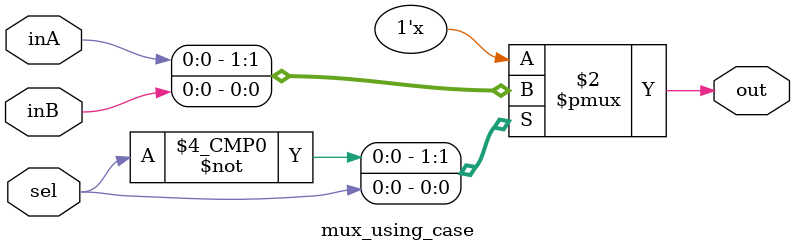
<source format=sv>
module mux_using_case(input logic inA, inB, 
		      input logic sel,
		      output logic out);
  always_comb begin
    case(sel)
      1'b0: out = inA;
      1'b1: out = inB;
    endcase 
  end
endmodule: mux_using_case

</source>
